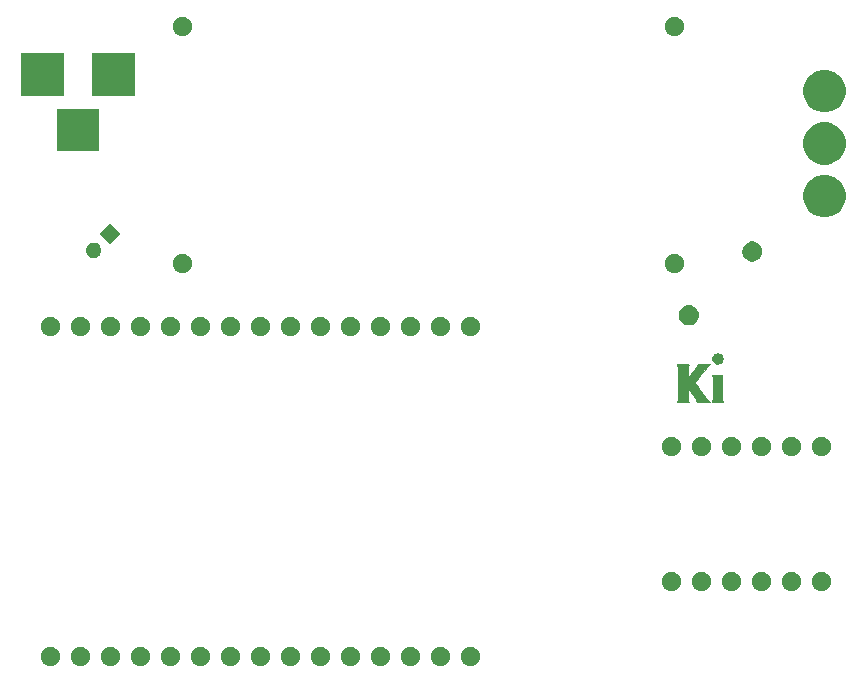
<source format=gbr>
G04 #@! TF.GenerationSoftware,KiCad,Pcbnew,(5.1.2-1)-1*
G04 #@! TF.CreationDate,2019-05-31T16:35:32-04:00*
G04 #@! TF.ProjectId,RubyLights,52756279-4c69-4676-9874-732e6b696361,.5*
G04 #@! TF.SameCoordinates,Original*
G04 #@! TF.FileFunction,Soldermask,Top*
G04 #@! TF.FilePolarity,Negative*
%FSLAX46Y46*%
G04 Gerber Fmt 4.6, Leading zero omitted, Abs format (unit mm)*
G04 Created by KiCad (PCBNEW (5.1.2-1)-1) date 2019-05-31 16:35:32*
%MOMM*%
%LPD*%
G04 APERTURE LIST*
%ADD10C,0.010000*%
%ADD11C,0.100000*%
G04 APERTURE END LIST*
D10*
G36*
X115739747Y-87020400D02*
G01*
X116285059Y-87020400D01*
X116086279Y-87221787D01*
X115756571Y-87584691D01*
X115542151Y-87858815D01*
X115463703Y-87962400D01*
X115369144Y-88082529D01*
X115269050Y-88206202D01*
X115173998Y-88320419D01*
X115094566Y-88412181D01*
X115069468Y-88439760D01*
X114988036Y-88527212D01*
X115057994Y-88618356D01*
X115193436Y-88807604D01*
X115280978Y-88947050D01*
X115335848Y-89029286D01*
X115397124Y-89108612D01*
X115402273Y-89114607D01*
X115471222Y-89197581D01*
X115551747Y-89300137D01*
X115634942Y-89410288D01*
X115711902Y-89516047D01*
X115773719Y-89605425D01*
X115809376Y-89662547D01*
X115844457Y-89715596D01*
X115902986Y-89794062D01*
X115974820Y-89885252D01*
X116049815Y-89976472D01*
X116117828Y-90055032D01*
X116154200Y-90094020D01*
X116178089Y-90120081D01*
X116220363Y-90167406D01*
X116228477Y-90176570D01*
X116290055Y-90246200D01*
X115163600Y-90246200D01*
X115163600Y-90167923D01*
X115146837Y-90091395D01*
X115099607Y-89986149D01*
X115026493Y-89860239D01*
X114932081Y-89721716D01*
X114844542Y-89607533D01*
X114773268Y-89515313D01*
X114707947Y-89424269D01*
X114660777Y-89351535D01*
X114654671Y-89340833D01*
X114614629Y-89274434D01*
X114579342Y-89226284D01*
X114570699Y-89217500D01*
X114536138Y-89178816D01*
X114495915Y-89122250D01*
X114458226Y-89074093D01*
X114427715Y-89052487D01*
X114426414Y-89052400D01*
X114417538Y-89077091D01*
X114410418Y-89148381D01*
X114405264Y-89262092D01*
X114402283Y-89414044D01*
X114401600Y-89548961D01*
X114402284Y-89728263D01*
X114404695Y-89864270D01*
X114409375Y-89964475D01*
X114416863Y-90036369D01*
X114427698Y-90087443D01*
X114442421Y-90125188D01*
X114443244Y-90126811D01*
X114478717Y-90186491D01*
X114510223Y-90224618D01*
X114513094Y-90226761D01*
X114497597Y-90232323D01*
X114438247Y-90237262D01*
X114341986Y-90241312D01*
X114215759Y-90244207D01*
X114066511Y-90245682D01*
X114014794Y-90245811D01*
X113488289Y-90246200D01*
X113517968Y-90176350D01*
X113546141Y-90117758D01*
X113568224Y-90082370D01*
X113572057Y-90053142D01*
X113575657Y-89977781D01*
X113578959Y-89860951D01*
X113581896Y-89707317D01*
X113584399Y-89521546D01*
X113586404Y-89308302D01*
X113587842Y-89072251D01*
X113588647Y-88818059D01*
X113588799Y-88646290D01*
X113588741Y-88342311D01*
X113588470Y-88084912D01*
X113587846Y-87869874D01*
X113586726Y-87692978D01*
X113584969Y-87550004D01*
X113582433Y-87436733D01*
X113578976Y-87348945D01*
X113574457Y-87282421D01*
X113568733Y-87232941D01*
X113561662Y-87196286D01*
X113553104Y-87168237D01*
X113542916Y-87144574D01*
X113537999Y-87134699D01*
X113507244Y-87072869D01*
X113489190Y-87033660D01*
X113487199Y-87027729D01*
X113511335Y-87025507D01*
X113578688Y-87023556D01*
X113681672Y-87021984D01*
X113812706Y-87020901D01*
X113964205Y-87020415D01*
X113997917Y-87020400D01*
X114171060Y-87020664D01*
X114299629Y-87021831D01*
X114389846Y-87024464D01*
X114447937Y-87029123D01*
X114480124Y-87036372D01*
X114492632Y-87046772D01*
X114491686Y-87060885D01*
X114490164Y-87064850D01*
X114456805Y-87153673D01*
X114432739Y-87242181D01*
X114416580Y-87341141D01*
X114406942Y-87461321D01*
X114402440Y-87613488D01*
X114401600Y-87753088D01*
X114401599Y-88172904D01*
X114477799Y-88099900D01*
X114525413Y-88049557D01*
X114551994Y-88012278D01*
X114554000Y-88005483D01*
X114569137Y-87979550D01*
X114608628Y-87926128D01*
X114663588Y-87856145D01*
X114725132Y-87780529D01*
X114784377Y-87710209D01*
X114832439Y-87656114D01*
X114859239Y-87630000D01*
X114881561Y-87602734D01*
X114919936Y-87546630D01*
X114947802Y-87503000D01*
X115006005Y-87415298D01*
X115068951Y-87328698D01*
X115091299Y-87300362D01*
X115136013Y-87233736D01*
X115161408Y-87172643D01*
X115163600Y-87156390D01*
X115164122Y-87112677D01*
X115169791Y-87079502D01*
X115186762Y-87055412D01*
X115221189Y-87038955D01*
X115279226Y-87028677D01*
X115367028Y-87023127D01*
X115490750Y-87020851D01*
X115656545Y-87020396D01*
X115739747Y-87020400D01*
X115739747Y-87020400D01*
G37*
X115739747Y-87020400D02*
X116285059Y-87020400D01*
X116086279Y-87221787D01*
X115756571Y-87584691D01*
X115542151Y-87858815D01*
X115463703Y-87962400D01*
X115369144Y-88082529D01*
X115269050Y-88206202D01*
X115173998Y-88320419D01*
X115094566Y-88412181D01*
X115069468Y-88439760D01*
X114988036Y-88527212D01*
X115057994Y-88618356D01*
X115193436Y-88807604D01*
X115280978Y-88947050D01*
X115335848Y-89029286D01*
X115397124Y-89108612D01*
X115402273Y-89114607D01*
X115471222Y-89197581D01*
X115551747Y-89300137D01*
X115634942Y-89410288D01*
X115711902Y-89516047D01*
X115773719Y-89605425D01*
X115809376Y-89662547D01*
X115844457Y-89715596D01*
X115902986Y-89794062D01*
X115974820Y-89885252D01*
X116049815Y-89976472D01*
X116117828Y-90055032D01*
X116154200Y-90094020D01*
X116178089Y-90120081D01*
X116220363Y-90167406D01*
X116228477Y-90176570D01*
X116290055Y-90246200D01*
X115163600Y-90246200D01*
X115163600Y-90167923D01*
X115146837Y-90091395D01*
X115099607Y-89986149D01*
X115026493Y-89860239D01*
X114932081Y-89721716D01*
X114844542Y-89607533D01*
X114773268Y-89515313D01*
X114707947Y-89424269D01*
X114660777Y-89351535D01*
X114654671Y-89340833D01*
X114614629Y-89274434D01*
X114579342Y-89226284D01*
X114570699Y-89217500D01*
X114536138Y-89178816D01*
X114495915Y-89122250D01*
X114458226Y-89074093D01*
X114427715Y-89052487D01*
X114426414Y-89052400D01*
X114417538Y-89077091D01*
X114410418Y-89148381D01*
X114405264Y-89262092D01*
X114402283Y-89414044D01*
X114401600Y-89548961D01*
X114402284Y-89728263D01*
X114404695Y-89864270D01*
X114409375Y-89964475D01*
X114416863Y-90036369D01*
X114427698Y-90087443D01*
X114442421Y-90125188D01*
X114443244Y-90126811D01*
X114478717Y-90186491D01*
X114510223Y-90224618D01*
X114513094Y-90226761D01*
X114497597Y-90232323D01*
X114438247Y-90237262D01*
X114341986Y-90241312D01*
X114215759Y-90244207D01*
X114066511Y-90245682D01*
X114014794Y-90245811D01*
X113488289Y-90246200D01*
X113517968Y-90176350D01*
X113546141Y-90117758D01*
X113568224Y-90082370D01*
X113572057Y-90053142D01*
X113575657Y-89977781D01*
X113578959Y-89860951D01*
X113581896Y-89707317D01*
X113584399Y-89521546D01*
X113586404Y-89308302D01*
X113587842Y-89072251D01*
X113588647Y-88818059D01*
X113588799Y-88646290D01*
X113588741Y-88342311D01*
X113588470Y-88084912D01*
X113587846Y-87869874D01*
X113586726Y-87692978D01*
X113584969Y-87550004D01*
X113582433Y-87436733D01*
X113578976Y-87348945D01*
X113574457Y-87282421D01*
X113568733Y-87232941D01*
X113561662Y-87196286D01*
X113553104Y-87168237D01*
X113542916Y-87144574D01*
X113537999Y-87134699D01*
X113507244Y-87072869D01*
X113489190Y-87033660D01*
X113487199Y-87027729D01*
X113511335Y-87025507D01*
X113578688Y-87023556D01*
X113681672Y-87021984D01*
X113812706Y-87020901D01*
X113964205Y-87020415D01*
X113997917Y-87020400D01*
X114171060Y-87020664D01*
X114299629Y-87021831D01*
X114389846Y-87024464D01*
X114447937Y-87029123D01*
X114480124Y-87036372D01*
X114492632Y-87046772D01*
X114491686Y-87060885D01*
X114490164Y-87064850D01*
X114456805Y-87153673D01*
X114432739Y-87242181D01*
X114416580Y-87341141D01*
X114406942Y-87461321D01*
X114402440Y-87613488D01*
X114401600Y-87753088D01*
X114401599Y-88172904D01*
X114477799Y-88099900D01*
X114525413Y-88049557D01*
X114551994Y-88012278D01*
X114554000Y-88005483D01*
X114569137Y-87979550D01*
X114608628Y-87926128D01*
X114663588Y-87856145D01*
X114725132Y-87780529D01*
X114784377Y-87710209D01*
X114832439Y-87656114D01*
X114859239Y-87630000D01*
X114881561Y-87602734D01*
X114919936Y-87546630D01*
X114947802Y-87503000D01*
X115006005Y-87415298D01*
X115068951Y-87328698D01*
X115091299Y-87300362D01*
X115136013Y-87233736D01*
X115161408Y-87172643D01*
X115163600Y-87156390D01*
X115164122Y-87112677D01*
X115169791Y-87079502D01*
X115186762Y-87055412D01*
X115221189Y-87038955D01*
X115279226Y-87028677D01*
X115367028Y-87023127D01*
X115490750Y-87020851D01*
X115656545Y-87020396D01*
X115739747Y-87020400D01*
G36*
X117322600Y-88984045D02*
G01*
X117322821Y-89255528D01*
X117323583Y-89480618D01*
X117325026Y-89663721D01*
X117327294Y-89809240D01*
X117330531Y-89921583D01*
X117334878Y-90005155D01*
X117340480Y-90064359D01*
X117347478Y-90103603D01*
X117356016Y-90127292D01*
X117359892Y-90133395D01*
X117386178Y-90170943D01*
X117396891Y-90199085D01*
X117386710Y-90219174D01*
X117350312Y-90232563D01*
X117282376Y-90240605D01*
X117177578Y-90244653D01*
X117030598Y-90246060D01*
X116916200Y-90246200D01*
X116765918Y-90245515D01*
X116634727Y-90243608D01*
X116530427Y-90240702D01*
X116460819Y-90237017D01*
X116433705Y-90232776D01*
X116433600Y-90232488D01*
X116444155Y-90203454D01*
X116470726Y-90146509D01*
X116484400Y-90119200D01*
X116497266Y-90091760D01*
X116507759Y-90061394D01*
X116516120Y-90022920D01*
X116522591Y-89971155D01*
X116527411Y-89900918D01*
X116530822Y-89807027D01*
X116533065Y-89684301D01*
X116534381Y-89527559D01*
X116535010Y-89331617D01*
X116535195Y-89091296D01*
X116535200Y-89026750D01*
X116534947Y-88769269D01*
X116534071Y-88557749D01*
X116532396Y-88387351D01*
X116529748Y-88253238D01*
X116525950Y-88150571D01*
X116520827Y-88074513D01*
X116514203Y-88020226D01*
X116505903Y-87982872D01*
X116496447Y-87958938D01*
X116457695Y-87884000D01*
X117322600Y-87884000D01*
X117322600Y-88984045D01*
X117322600Y-88984045D01*
G37*
X117322600Y-88984045D02*
X117322821Y-89255528D01*
X117323583Y-89480618D01*
X117325026Y-89663721D01*
X117327294Y-89809240D01*
X117330531Y-89921583D01*
X117334878Y-90005155D01*
X117340480Y-90064359D01*
X117347478Y-90103603D01*
X117356016Y-90127292D01*
X117359892Y-90133395D01*
X117386178Y-90170943D01*
X117396891Y-90199085D01*
X117386710Y-90219174D01*
X117350312Y-90232563D01*
X117282376Y-90240605D01*
X117177578Y-90244653D01*
X117030598Y-90246060D01*
X116916200Y-90246200D01*
X116765918Y-90245515D01*
X116634727Y-90243608D01*
X116530427Y-90240702D01*
X116460819Y-90237017D01*
X116433705Y-90232776D01*
X116433600Y-90232488D01*
X116444155Y-90203454D01*
X116470726Y-90146509D01*
X116484400Y-90119200D01*
X116497266Y-90091760D01*
X116507759Y-90061394D01*
X116516120Y-90022920D01*
X116522591Y-89971155D01*
X116527411Y-89900918D01*
X116530822Y-89807027D01*
X116533065Y-89684301D01*
X116534381Y-89527559D01*
X116535010Y-89331617D01*
X116535195Y-89091296D01*
X116535200Y-89026750D01*
X116534947Y-88769269D01*
X116534071Y-88557749D01*
X116532396Y-88387351D01*
X116529748Y-88253238D01*
X116525950Y-88150571D01*
X116520827Y-88074513D01*
X116514203Y-88020226D01*
X116505903Y-87982872D01*
X116496447Y-87958938D01*
X116457695Y-87884000D01*
X117322600Y-87884000D01*
X117322600Y-88984045D01*
G36*
X117081941Y-86117960D02*
G01*
X117199545Y-86184395D01*
X117293023Y-86287045D01*
X117336812Y-86373124D01*
X117367422Y-86511614D01*
X117358321Y-86649591D01*
X117310973Y-86771084D01*
X117298588Y-86789850D01*
X117208149Y-86877408D01*
X117089271Y-86937553D01*
X116956333Y-86967418D01*
X116823713Y-86964134D01*
X116705790Y-86924832D01*
X116685006Y-86912244D01*
X116602737Y-86833394D01*
X116534914Y-86724770D01*
X116492747Y-86607295D01*
X116484400Y-86537799D01*
X116503674Y-86428575D01*
X116554190Y-86314110D01*
X116624982Y-86215158D01*
X116680642Y-86166295D01*
X116812861Y-86105876D01*
X116949837Y-86090776D01*
X117081941Y-86117960D01*
X117081941Y-86117960D01*
G37*
X117081941Y-86117960D02*
X117199545Y-86184395D01*
X117293023Y-86287045D01*
X117336812Y-86373124D01*
X117367422Y-86511614D01*
X117358321Y-86649591D01*
X117310973Y-86771084D01*
X117298588Y-86789850D01*
X117208149Y-86877408D01*
X117089271Y-86937553D01*
X116956333Y-86967418D01*
X116823713Y-86964134D01*
X116705790Y-86924832D01*
X116685006Y-86912244D01*
X116602737Y-86833394D01*
X116534914Y-86724770D01*
X116492747Y-86607295D01*
X116484400Y-86537799D01*
X116503674Y-86428575D01*
X116554190Y-86314110D01*
X116624982Y-86215158D01*
X116680642Y-86166295D01*
X116812861Y-86105876D01*
X116949837Y-86090776D01*
X117081941Y-86117960D01*
D11*
G36*
X96249142Y-110978242D02*
G01*
X96397101Y-111039529D01*
X96530255Y-111128499D01*
X96643501Y-111241745D01*
X96732471Y-111374899D01*
X96793758Y-111522858D01*
X96825000Y-111679925D01*
X96825000Y-111840075D01*
X96793758Y-111997142D01*
X96732471Y-112145101D01*
X96643501Y-112278255D01*
X96530255Y-112391501D01*
X96397101Y-112480471D01*
X96249142Y-112541758D01*
X96092075Y-112573000D01*
X95931925Y-112573000D01*
X95774858Y-112541758D01*
X95626899Y-112480471D01*
X95493745Y-112391501D01*
X95380499Y-112278255D01*
X95291529Y-112145101D01*
X95230242Y-111997142D01*
X95199000Y-111840075D01*
X95199000Y-111679925D01*
X95230242Y-111522858D01*
X95291529Y-111374899D01*
X95380499Y-111241745D01*
X95493745Y-111128499D01*
X95626899Y-111039529D01*
X95774858Y-110978242D01*
X95931925Y-110947000D01*
X96092075Y-110947000D01*
X96249142Y-110978242D01*
X96249142Y-110978242D01*
G37*
G36*
X93709142Y-110978242D02*
G01*
X93857101Y-111039529D01*
X93990255Y-111128499D01*
X94103501Y-111241745D01*
X94192471Y-111374899D01*
X94253758Y-111522858D01*
X94285000Y-111679925D01*
X94285000Y-111840075D01*
X94253758Y-111997142D01*
X94192471Y-112145101D01*
X94103501Y-112278255D01*
X93990255Y-112391501D01*
X93857101Y-112480471D01*
X93709142Y-112541758D01*
X93552075Y-112573000D01*
X93391925Y-112573000D01*
X93234858Y-112541758D01*
X93086899Y-112480471D01*
X92953745Y-112391501D01*
X92840499Y-112278255D01*
X92751529Y-112145101D01*
X92690242Y-111997142D01*
X92659000Y-111840075D01*
X92659000Y-111679925D01*
X92690242Y-111522858D01*
X92751529Y-111374899D01*
X92840499Y-111241745D01*
X92953745Y-111128499D01*
X93086899Y-111039529D01*
X93234858Y-110978242D01*
X93391925Y-110947000D01*
X93552075Y-110947000D01*
X93709142Y-110978242D01*
X93709142Y-110978242D01*
G37*
G36*
X91169142Y-110978242D02*
G01*
X91317101Y-111039529D01*
X91450255Y-111128499D01*
X91563501Y-111241745D01*
X91652471Y-111374899D01*
X91713758Y-111522858D01*
X91745000Y-111679925D01*
X91745000Y-111840075D01*
X91713758Y-111997142D01*
X91652471Y-112145101D01*
X91563501Y-112278255D01*
X91450255Y-112391501D01*
X91317101Y-112480471D01*
X91169142Y-112541758D01*
X91012075Y-112573000D01*
X90851925Y-112573000D01*
X90694858Y-112541758D01*
X90546899Y-112480471D01*
X90413745Y-112391501D01*
X90300499Y-112278255D01*
X90211529Y-112145101D01*
X90150242Y-111997142D01*
X90119000Y-111840075D01*
X90119000Y-111679925D01*
X90150242Y-111522858D01*
X90211529Y-111374899D01*
X90300499Y-111241745D01*
X90413745Y-111128499D01*
X90546899Y-111039529D01*
X90694858Y-110978242D01*
X90851925Y-110947000D01*
X91012075Y-110947000D01*
X91169142Y-110978242D01*
X91169142Y-110978242D01*
G37*
G36*
X88629142Y-110978242D02*
G01*
X88777101Y-111039529D01*
X88910255Y-111128499D01*
X89023501Y-111241745D01*
X89112471Y-111374899D01*
X89173758Y-111522858D01*
X89205000Y-111679925D01*
X89205000Y-111840075D01*
X89173758Y-111997142D01*
X89112471Y-112145101D01*
X89023501Y-112278255D01*
X88910255Y-112391501D01*
X88777101Y-112480471D01*
X88629142Y-112541758D01*
X88472075Y-112573000D01*
X88311925Y-112573000D01*
X88154858Y-112541758D01*
X88006899Y-112480471D01*
X87873745Y-112391501D01*
X87760499Y-112278255D01*
X87671529Y-112145101D01*
X87610242Y-111997142D01*
X87579000Y-111840075D01*
X87579000Y-111679925D01*
X87610242Y-111522858D01*
X87671529Y-111374899D01*
X87760499Y-111241745D01*
X87873745Y-111128499D01*
X88006899Y-111039529D01*
X88154858Y-110978242D01*
X88311925Y-110947000D01*
X88472075Y-110947000D01*
X88629142Y-110978242D01*
X88629142Y-110978242D01*
G37*
G36*
X86089142Y-110978242D02*
G01*
X86237101Y-111039529D01*
X86370255Y-111128499D01*
X86483501Y-111241745D01*
X86572471Y-111374899D01*
X86633758Y-111522858D01*
X86665000Y-111679925D01*
X86665000Y-111840075D01*
X86633758Y-111997142D01*
X86572471Y-112145101D01*
X86483501Y-112278255D01*
X86370255Y-112391501D01*
X86237101Y-112480471D01*
X86089142Y-112541758D01*
X85932075Y-112573000D01*
X85771925Y-112573000D01*
X85614858Y-112541758D01*
X85466899Y-112480471D01*
X85333745Y-112391501D01*
X85220499Y-112278255D01*
X85131529Y-112145101D01*
X85070242Y-111997142D01*
X85039000Y-111840075D01*
X85039000Y-111679925D01*
X85070242Y-111522858D01*
X85131529Y-111374899D01*
X85220499Y-111241745D01*
X85333745Y-111128499D01*
X85466899Y-111039529D01*
X85614858Y-110978242D01*
X85771925Y-110947000D01*
X85932075Y-110947000D01*
X86089142Y-110978242D01*
X86089142Y-110978242D01*
G37*
G36*
X83549142Y-110978242D02*
G01*
X83697101Y-111039529D01*
X83830255Y-111128499D01*
X83943501Y-111241745D01*
X84032471Y-111374899D01*
X84093758Y-111522858D01*
X84125000Y-111679925D01*
X84125000Y-111840075D01*
X84093758Y-111997142D01*
X84032471Y-112145101D01*
X83943501Y-112278255D01*
X83830255Y-112391501D01*
X83697101Y-112480471D01*
X83549142Y-112541758D01*
X83392075Y-112573000D01*
X83231925Y-112573000D01*
X83074858Y-112541758D01*
X82926899Y-112480471D01*
X82793745Y-112391501D01*
X82680499Y-112278255D01*
X82591529Y-112145101D01*
X82530242Y-111997142D01*
X82499000Y-111840075D01*
X82499000Y-111679925D01*
X82530242Y-111522858D01*
X82591529Y-111374899D01*
X82680499Y-111241745D01*
X82793745Y-111128499D01*
X82926899Y-111039529D01*
X83074858Y-110978242D01*
X83231925Y-110947000D01*
X83392075Y-110947000D01*
X83549142Y-110978242D01*
X83549142Y-110978242D01*
G37*
G36*
X81009142Y-110978242D02*
G01*
X81157101Y-111039529D01*
X81290255Y-111128499D01*
X81403501Y-111241745D01*
X81492471Y-111374899D01*
X81553758Y-111522858D01*
X81585000Y-111679925D01*
X81585000Y-111840075D01*
X81553758Y-111997142D01*
X81492471Y-112145101D01*
X81403501Y-112278255D01*
X81290255Y-112391501D01*
X81157101Y-112480471D01*
X81009142Y-112541758D01*
X80852075Y-112573000D01*
X80691925Y-112573000D01*
X80534858Y-112541758D01*
X80386899Y-112480471D01*
X80253745Y-112391501D01*
X80140499Y-112278255D01*
X80051529Y-112145101D01*
X79990242Y-111997142D01*
X79959000Y-111840075D01*
X79959000Y-111679925D01*
X79990242Y-111522858D01*
X80051529Y-111374899D01*
X80140499Y-111241745D01*
X80253745Y-111128499D01*
X80386899Y-111039529D01*
X80534858Y-110978242D01*
X80691925Y-110947000D01*
X80852075Y-110947000D01*
X81009142Y-110978242D01*
X81009142Y-110978242D01*
G37*
G36*
X78469142Y-110978242D02*
G01*
X78617101Y-111039529D01*
X78750255Y-111128499D01*
X78863501Y-111241745D01*
X78952471Y-111374899D01*
X79013758Y-111522858D01*
X79045000Y-111679925D01*
X79045000Y-111840075D01*
X79013758Y-111997142D01*
X78952471Y-112145101D01*
X78863501Y-112278255D01*
X78750255Y-112391501D01*
X78617101Y-112480471D01*
X78469142Y-112541758D01*
X78312075Y-112573000D01*
X78151925Y-112573000D01*
X77994858Y-112541758D01*
X77846899Y-112480471D01*
X77713745Y-112391501D01*
X77600499Y-112278255D01*
X77511529Y-112145101D01*
X77450242Y-111997142D01*
X77419000Y-111840075D01*
X77419000Y-111679925D01*
X77450242Y-111522858D01*
X77511529Y-111374899D01*
X77600499Y-111241745D01*
X77713745Y-111128499D01*
X77846899Y-111039529D01*
X77994858Y-110978242D01*
X78151925Y-110947000D01*
X78312075Y-110947000D01*
X78469142Y-110978242D01*
X78469142Y-110978242D01*
G37*
G36*
X75929142Y-110978242D02*
G01*
X76077101Y-111039529D01*
X76210255Y-111128499D01*
X76323501Y-111241745D01*
X76412471Y-111374899D01*
X76473758Y-111522858D01*
X76505000Y-111679925D01*
X76505000Y-111840075D01*
X76473758Y-111997142D01*
X76412471Y-112145101D01*
X76323501Y-112278255D01*
X76210255Y-112391501D01*
X76077101Y-112480471D01*
X75929142Y-112541758D01*
X75772075Y-112573000D01*
X75611925Y-112573000D01*
X75454858Y-112541758D01*
X75306899Y-112480471D01*
X75173745Y-112391501D01*
X75060499Y-112278255D01*
X74971529Y-112145101D01*
X74910242Y-111997142D01*
X74879000Y-111840075D01*
X74879000Y-111679925D01*
X74910242Y-111522858D01*
X74971529Y-111374899D01*
X75060499Y-111241745D01*
X75173745Y-111128499D01*
X75306899Y-111039529D01*
X75454858Y-110978242D01*
X75611925Y-110947000D01*
X75772075Y-110947000D01*
X75929142Y-110978242D01*
X75929142Y-110978242D01*
G37*
G36*
X73389142Y-110978242D02*
G01*
X73537101Y-111039529D01*
X73670255Y-111128499D01*
X73783501Y-111241745D01*
X73872471Y-111374899D01*
X73933758Y-111522858D01*
X73965000Y-111679925D01*
X73965000Y-111840075D01*
X73933758Y-111997142D01*
X73872471Y-112145101D01*
X73783501Y-112278255D01*
X73670255Y-112391501D01*
X73537101Y-112480471D01*
X73389142Y-112541758D01*
X73232075Y-112573000D01*
X73071925Y-112573000D01*
X72914858Y-112541758D01*
X72766899Y-112480471D01*
X72633745Y-112391501D01*
X72520499Y-112278255D01*
X72431529Y-112145101D01*
X72370242Y-111997142D01*
X72339000Y-111840075D01*
X72339000Y-111679925D01*
X72370242Y-111522858D01*
X72431529Y-111374899D01*
X72520499Y-111241745D01*
X72633745Y-111128499D01*
X72766899Y-111039529D01*
X72914858Y-110978242D01*
X73071925Y-110947000D01*
X73232075Y-110947000D01*
X73389142Y-110978242D01*
X73389142Y-110978242D01*
G37*
G36*
X70849142Y-110978242D02*
G01*
X70997101Y-111039529D01*
X71130255Y-111128499D01*
X71243501Y-111241745D01*
X71332471Y-111374899D01*
X71393758Y-111522858D01*
X71425000Y-111679925D01*
X71425000Y-111840075D01*
X71393758Y-111997142D01*
X71332471Y-112145101D01*
X71243501Y-112278255D01*
X71130255Y-112391501D01*
X70997101Y-112480471D01*
X70849142Y-112541758D01*
X70692075Y-112573000D01*
X70531925Y-112573000D01*
X70374858Y-112541758D01*
X70226899Y-112480471D01*
X70093745Y-112391501D01*
X69980499Y-112278255D01*
X69891529Y-112145101D01*
X69830242Y-111997142D01*
X69799000Y-111840075D01*
X69799000Y-111679925D01*
X69830242Y-111522858D01*
X69891529Y-111374899D01*
X69980499Y-111241745D01*
X70093745Y-111128499D01*
X70226899Y-111039529D01*
X70374858Y-110978242D01*
X70531925Y-110947000D01*
X70692075Y-110947000D01*
X70849142Y-110978242D01*
X70849142Y-110978242D01*
G37*
G36*
X68309142Y-110978242D02*
G01*
X68457101Y-111039529D01*
X68590255Y-111128499D01*
X68703501Y-111241745D01*
X68792471Y-111374899D01*
X68853758Y-111522858D01*
X68885000Y-111679925D01*
X68885000Y-111840075D01*
X68853758Y-111997142D01*
X68792471Y-112145101D01*
X68703501Y-112278255D01*
X68590255Y-112391501D01*
X68457101Y-112480471D01*
X68309142Y-112541758D01*
X68152075Y-112573000D01*
X67991925Y-112573000D01*
X67834858Y-112541758D01*
X67686899Y-112480471D01*
X67553745Y-112391501D01*
X67440499Y-112278255D01*
X67351529Y-112145101D01*
X67290242Y-111997142D01*
X67259000Y-111840075D01*
X67259000Y-111679925D01*
X67290242Y-111522858D01*
X67351529Y-111374899D01*
X67440499Y-111241745D01*
X67553745Y-111128499D01*
X67686899Y-111039529D01*
X67834858Y-110978242D01*
X67991925Y-110947000D01*
X68152075Y-110947000D01*
X68309142Y-110978242D01*
X68309142Y-110978242D01*
G37*
G36*
X65769142Y-110978242D02*
G01*
X65917101Y-111039529D01*
X66050255Y-111128499D01*
X66163501Y-111241745D01*
X66252471Y-111374899D01*
X66313758Y-111522858D01*
X66345000Y-111679925D01*
X66345000Y-111840075D01*
X66313758Y-111997142D01*
X66252471Y-112145101D01*
X66163501Y-112278255D01*
X66050255Y-112391501D01*
X65917101Y-112480471D01*
X65769142Y-112541758D01*
X65612075Y-112573000D01*
X65451925Y-112573000D01*
X65294858Y-112541758D01*
X65146899Y-112480471D01*
X65013745Y-112391501D01*
X64900499Y-112278255D01*
X64811529Y-112145101D01*
X64750242Y-111997142D01*
X64719000Y-111840075D01*
X64719000Y-111679925D01*
X64750242Y-111522858D01*
X64811529Y-111374899D01*
X64900499Y-111241745D01*
X65013745Y-111128499D01*
X65146899Y-111039529D01*
X65294858Y-110978242D01*
X65451925Y-110947000D01*
X65612075Y-110947000D01*
X65769142Y-110978242D01*
X65769142Y-110978242D01*
G37*
G36*
X63229142Y-110978242D02*
G01*
X63377101Y-111039529D01*
X63510255Y-111128499D01*
X63623501Y-111241745D01*
X63712471Y-111374899D01*
X63773758Y-111522858D01*
X63805000Y-111679925D01*
X63805000Y-111840075D01*
X63773758Y-111997142D01*
X63712471Y-112145101D01*
X63623501Y-112278255D01*
X63510255Y-112391501D01*
X63377101Y-112480471D01*
X63229142Y-112541758D01*
X63072075Y-112573000D01*
X62911925Y-112573000D01*
X62754858Y-112541758D01*
X62606899Y-112480471D01*
X62473745Y-112391501D01*
X62360499Y-112278255D01*
X62271529Y-112145101D01*
X62210242Y-111997142D01*
X62179000Y-111840075D01*
X62179000Y-111679925D01*
X62210242Y-111522858D01*
X62271529Y-111374899D01*
X62360499Y-111241745D01*
X62473745Y-111128499D01*
X62606899Y-111039529D01*
X62754858Y-110978242D01*
X62911925Y-110947000D01*
X63072075Y-110947000D01*
X63229142Y-110978242D01*
X63229142Y-110978242D01*
G37*
G36*
X60689142Y-110978242D02*
G01*
X60837101Y-111039529D01*
X60970255Y-111128499D01*
X61083501Y-111241745D01*
X61172471Y-111374899D01*
X61233758Y-111522858D01*
X61265000Y-111679925D01*
X61265000Y-111840075D01*
X61233758Y-111997142D01*
X61172471Y-112145101D01*
X61083501Y-112278255D01*
X60970255Y-112391501D01*
X60837101Y-112480471D01*
X60689142Y-112541758D01*
X60532075Y-112573000D01*
X60371925Y-112573000D01*
X60214858Y-112541758D01*
X60066899Y-112480471D01*
X59933745Y-112391501D01*
X59820499Y-112278255D01*
X59731529Y-112145101D01*
X59670242Y-111997142D01*
X59639000Y-111840075D01*
X59639000Y-111679925D01*
X59670242Y-111522858D01*
X59731529Y-111374899D01*
X59820499Y-111241745D01*
X59933745Y-111128499D01*
X60066899Y-111039529D01*
X60214858Y-110978242D01*
X60371925Y-110947000D01*
X60532075Y-110947000D01*
X60689142Y-110978242D01*
X60689142Y-110978242D01*
G37*
G36*
X113267142Y-104628242D02*
G01*
X113415101Y-104689529D01*
X113548255Y-104778499D01*
X113661501Y-104891745D01*
X113750471Y-105024899D01*
X113811758Y-105172858D01*
X113843000Y-105329925D01*
X113843000Y-105490075D01*
X113811758Y-105647142D01*
X113750471Y-105795101D01*
X113661501Y-105928255D01*
X113548255Y-106041501D01*
X113415101Y-106130471D01*
X113267142Y-106191758D01*
X113110075Y-106223000D01*
X112949925Y-106223000D01*
X112792858Y-106191758D01*
X112644899Y-106130471D01*
X112511745Y-106041501D01*
X112398499Y-105928255D01*
X112309529Y-105795101D01*
X112248242Y-105647142D01*
X112217000Y-105490075D01*
X112217000Y-105329925D01*
X112248242Y-105172858D01*
X112309529Y-105024899D01*
X112398499Y-104891745D01*
X112511745Y-104778499D01*
X112644899Y-104689529D01*
X112792858Y-104628242D01*
X112949925Y-104597000D01*
X113110075Y-104597000D01*
X113267142Y-104628242D01*
X113267142Y-104628242D01*
G37*
G36*
X115807142Y-104628242D02*
G01*
X115955101Y-104689529D01*
X116088255Y-104778499D01*
X116201501Y-104891745D01*
X116290471Y-105024899D01*
X116351758Y-105172858D01*
X116383000Y-105329925D01*
X116383000Y-105490075D01*
X116351758Y-105647142D01*
X116290471Y-105795101D01*
X116201501Y-105928255D01*
X116088255Y-106041501D01*
X115955101Y-106130471D01*
X115807142Y-106191758D01*
X115650075Y-106223000D01*
X115489925Y-106223000D01*
X115332858Y-106191758D01*
X115184899Y-106130471D01*
X115051745Y-106041501D01*
X114938499Y-105928255D01*
X114849529Y-105795101D01*
X114788242Y-105647142D01*
X114757000Y-105490075D01*
X114757000Y-105329925D01*
X114788242Y-105172858D01*
X114849529Y-105024899D01*
X114938499Y-104891745D01*
X115051745Y-104778499D01*
X115184899Y-104689529D01*
X115332858Y-104628242D01*
X115489925Y-104597000D01*
X115650075Y-104597000D01*
X115807142Y-104628242D01*
X115807142Y-104628242D01*
G37*
G36*
X118347142Y-104628242D02*
G01*
X118495101Y-104689529D01*
X118628255Y-104778499D01*
X118741501Y-104891745D01*
X118830471Y-105024899D01*
X118891758Y-105172858D01*
X118923000Y-105329925D01*
X118923000Y-105490075D01*
X118891758Y-105647142D01*
X118830471Y-105795101D01*
X118741501Y-105928255D01*
X118628255Y-106041501D01*
X118495101Y-106130471D01*
X118347142Y-106191758D01*
X118190075Y-106223000D01*
X118029925Y-106223000D01*
X117872858Y-106191758D01*
X117724899Y-106130471D01*
X117591745Y-106041501D01*
X117478499Y-105928255D01*
X117389529Y-105795101D01*
X117328242Y-105647142D01*
X117297000Y-105490075D01*
X117297000Y-105329925D01*
X117328242Y-105172858D01*
X117389529Y-105024899D01*
X117478499Y-104891745D01*
X117591745Y-104778499D01*
X117724899Y-104689529D01*
X117872858Y-104628242D01*
X118029925Y-104597000D01*
X118190075Y-104597000D01*
X118347142Y-104628242D01*
X118347142Y-104628242D01*
G37*
G36*
X120887142Y-104628242D02*
G01*
X121035101Y-104689529D01*
X121168255Y-104778499D01*
X121281501Y-104891745D01*
X121370471Y-105024899D01*
X121431758Y-105172858D01*
X121463000Y-105329925D01*
X121463000Y-105490075D01*
X121431758Y-105647142D01*
X121370471Y-105795101D01*
X121281501Y-105928255D01*
X121168255Y-106041501D01*
X121035101Y-106130471D01*
X120887142Y-106191758D01*
X120730075Y-106223000D01*
X120569925Y-106223000D01*
X120412858Y-106191758D01*
X120264899Y-106130471D01*
X120131745Y-106041501D01*
X120018499Y-105928255D01*
X119929529Y-105795101D01*
X119868242Y-105647142D01*
X119837000Y-105490075D01*
X119837000Y-105329925D01*
X119868242Y-105172858D01*
X119929529Y-105024899D01*
X120018499Y-104891745D01*
X120131745Y-104778499D01*
X120264899Y-104689529D01*
X120412858Y-104628242D01*
X120569925Y-104597000D01*
X120730075Y-104597000D01*
X120887142Y-104628242D01*
X120887142Y-104628242D01*
G37*
G36*
X123427142Y-104628242D02*
G01*
X123575101Y-104689529D01*
X123708255Y-104778499D01*
X123821501Y-104891745D01*
X123910471Y-105024899D01*
X123971758Y-105172858D01*
X124003000Y-105329925D01*
X124003000Y-105490075D01*
X123971758Y-105647142D01*
X123910471Y-105795101D01*
X123821501Y-105928255D01*
X123708255Y-106041501D01*
X123575101Y-106130471D01*
X123427142Y-106191758D01*
X123270075Y-106223000D01*
X123109925Y-106223000D01*
X122952858Y-106191758D01*
X122804899Y-106130471D01*
X122671745Y-106041501D01*
X122558499Y-105928255D01*
X122469529Y-105795101D01*
X122408242Y-105647142D01*
X122377000Y-105490075D01*
X122377000Y-105329925D01*
X122408242Y-105172858D01*
X122469529Y-105024899D01*
X122558499Y-104891745D01*
X122671745Y-104778499D01*
X122804899Y-104689529D01*
X122952858Y-104628242D01*
X123109925Y-104597000D01*
X123270075Y-104597000D01*
X123427142Y-104628242D01*
X123427142Y-104628242D01*
G37*
G36*
X125967142Y-104628242D02*
G01*
X126115101Y-104689529D01*
X126248255Y-104778499D01*
X126361501Y-104891745D01*
X126450471Y-105024899D01*
X126511758Y-105172858D01*
X126543000Y-105329925D01*
X126543000Y-105490075D01*
X126511758Y-105647142D01*
X126450471Y-105795101D01*
X126361501Y-105928255D01*
X126248255Y-106041501D01*
X126115101Y-106130471D01*
X125967142Y-106191758D01*
X125810075Y-106223000D01*
X125649925Y-106223000D01*
X125492858Y-106191758D01*
X125344899Y-106130471D01*
X125211745Y-106041501D01*
X125098499Y-105928255D01*
X125009529Y-105795101D01*
X124948242Y-105647142D01*
X124917000Y-105490075D01*
X124917000Y-105329925D01*
X124948242Y-105172858D01*
X125009529Y-105024899D01*
X125098499Y-104891745D01*
X125211745Y-104778499D01*
X125344899Y-104689529D01*
X125492858Y-104628242D01*
X125649925Y-104597000D01*
X125810075Y-104597000D01*
X125967142Y-104628242D01*
X125967142Y-104628242D01*
G37*
G36*
X113267142Y-93198242D02*
G01*
X113415101Y-93259529D01*
X113548255Y-93348499D01*
X113661501Y-93461745D01*
X113750471Y-93594899D01*
X113811758Y-93742858D01*
X113843000Y-93899925D01*
X113843000Y-94060075D01*
X113811758Y-94217142D01*
X113750471Y-94365101D01*
X113661501Y-94498255D01*
X113548255Y-94611501D01*
X113415101Y-94700471D01*
X113267142Y-94761758D01*
X113110075Y-94793000D01*
X112949925Y-94793000D01*
X112792858Y-94761758D01*
X112644899Y-94700471D01*
X112511745Y-94611501D01*
X112398499Y-94498255D01*
X112309529Y-94365101D01*
X112248242Y-94217142D01*
X112217000Y-94060075D01*
X112217000Y-93899925D01*
X112248242Y-93742858D01*
X112309529Y-93594899D01*
X112398499Y-93461745D01*
X112511745Y-93348499D01*
X112644899Y-93259529D01*
X112792858Y-93198242D01*
X112949925Y-93167000D01*
X113110075Y-93167000D01*
X113267142Y-93198242D01*
X113267142Y-93198242D01*
G37*
G36*
X115807142Y-93198242D02*
G01*
X115955101Y-93259529D01*
X116088255Y-93348499D01*
X116201501Y-93461745D01*
X116290471Y-93594899D01*
X116351758Y-93742858D01*
X116383000Y-93899925D01*
X116383000Y-94060075D01*
X116351758Y-94217142D01*
X116290471Y-94365101D01*
X116201501Y-94498255D01*
X116088255Y-94611501D01*
X115955101Y-94700471D01*
X115807142Y-94761758D01*
X115650075Y-94793000D01*
X115489925Y-94793000D01*
X115332858Y-94761758D01*
X115184899Y-94700471D01*
X115051745Y-94611501D01*
X114938499Y-94498255D01*
X114849529Y-94365101D01*
X114788242Y-94217142D01*
X114757000Y-94060075D01*
X114757000Y-93899925D01*
X114788242Y-93742858D01*
X114849529Y-93594899D01*
X114938499Y-93461745D01*
X115051745Y-93348499D01*
X115184899Y-93259529D01*
X115332858Y-93198242D01*
X115489925Y-93167000D01*
X115650075Y-93167000D01*
X115807142Y-93198242D01*
X115807142Y-93198242D01*
G37*
G36*
X118347142Y-93198242D02*
G01*
X118495101Y-93259529D01*
X118628255Y-93348499D01*
X118741501Y-93461745D01*
X118830471Y-93594899D01*
X118891758Y-93742858D01*
X118923000Y-93899925D01*
X118923000Y-94060075D01*
X118891758Y-94217142D01*
X118830471Y-94365101D01*
X118741501Y-94498255D01*
X118628255Y-94611501D01*
X118495101Y-94700471D01*
X118347142Y-94761758D01*
X118190075Y-94793000D01*
X118029925Y-94793000D01*
X117872858Y-94761758D01*
X117724899Y-94700471D01*
X117591745Y-94611501D01*
X117478499Y-94498255D01*
X117389529Y-94365101D01*
X117328242Y-94217142D01*
X117297000Y-94060075D01*
X117297000Y-93899925D01*
X117328242Y-93742858D01*
X117389529Y-93594899D01*
X117478499Y-93461745D01*
X117591745Y-93348499D01*
X117724899Y-93259529D01*
X117872858Y-93198242D01*
X118029925Y-93167000D01*
X118190075Y-93167000D01*
X118347142Y-93198242D01*
X118347142Y-93198242D01*
G37*
G36*
X120887142Y-93198242D02*
G01*
X121035101Y-93259529D01*
X121168255Y-93348499D01*
X121281501Y-93461745D01*
X121370471Y-93594899D01*
X121431758Y-93742858D01*
X121463000Y-93899925D01*
X121463000Y-94060075D01*
X121431758Y-94217142D01*
X121370471Y-94365101D01*
X121281501Y-94498255D01*
X121168255Y-94611501D01*
X121035101Y-94700471D01*
X120887142Y-94761758D01*
X120730075Y-94793000D01*
X120569925Y-94793000D01*
X120412858Y-94761758D01*
X120264899Y-94700471D01*
X120131745Y-94611501D01*
X120018499Y-94498255D01*
X119929529Y-94365101D01*
X119868242Y-94217142D01*
X119837000Y-94060075D01*
X119837000Y-93899925D01*
X119868242Y-93742858D01*
X119929529Y-93594899D01*
X120018499Y-93461745D01*
X120131745Y-93348499D01*
X120264899Y-93259529D01*
X120412858Y-93198242D01*
X120569925Y-93167000D01*
X120730075Y-93167000D01*
X120887142Y-93198242D01*
X120887142Y-93198242D01*
G37*
G36*
X123427142Y-93198242D02*
G01*
X123575101Y-93259529D01*
X123708255Y-93348499D01*
X123821501Y-93461745D01*
X123910471Y-93594899D01*
X123971758Y-93742858D01*
X124003000Y-93899925D01*
X124003000Y-94060075D01*
X123971758Y-94217142D01*
X123910471Y-94365101D01*
X123821501Y-94498255D01*
X123708255Y-94611501D01*
X123575101Y-94700471D01*
X123427142Y-94761758D01*
X123270075Y-94793000D01*
X123109925Y-94793000D01*
X122952858Y-94761758D01*
X122804899Y-94700471D01*
X122671745Y-94611501D01*
X122558499Y-94498255D01*
X122469529Y-94365101D01*
X122408242Y-94217142D01*
X122377000Y-94060075D01*
X122377000Y-93899925D01*
X122408242Y-93742858D01*
X122469529Y-93594899D01*
X122558499Y-93461745D01*
X122671745Y-93348499D01*
X122804899Y-93259529D01*
X122952858Y-93198242D01*
X123109925Y-93167000D01*
X123270075Y-93167000D01*
X123427142Y-93198242D01*
X123427142Y-93198242D01*
G37*
G36*
X125967142Y-93198242D02*
G01*
X126115101Y-93259529D01*
X126248255Y-93348499D01*
X126361501Y-93461745D01*
X126450471Y-93594899D01*
X126511758Y-93742858D01*
X126543000Y-93899925D01*
X126543000Y-94060075D01*
X126511758Y-94217142D01*
X126450471Y-94365101D01*
X126361501Y-94498255D01*
X126248255Y-94611501D01*
X126115101Y-94700471D01*
X125967142Y-94761758D01*
X125810075Y-94793000D01*
X125649925Y-94793000D01*
X125492858Y-94761758D01*
X125344899Y-94700471D01*
X125211745Y-94611501D01*
X125098499Y-94498255D01*
X125009529Y-94365101D01*
X124948242Y-94217142D01*
X124917000Y-94060075D01*
X124917000Y-93899925D01*
X124948242Y-93742858D01*
X125009529Y-93594899D01*
X125098499Y-93461745D01*
X125211745Y-93348499D01*
X125344899Y-93259529D01*
X125492858Y-93198242D01*
X125649925Y-93167000D01*
X125810075Y-93167000D01*
X125967142Y-93198242D01*
X125967142Y-93198242D01*
G37*
G36*
X96249142Y-83038242D02*
G01*
X96397101Y-83099529D01*
X96530255Y-83188499D01*
X96643501Y-83301745D01*
X96732471Y-83434899D01*
X96793758Y-83582858D01*
X96825000Y-83739925D01*
X96825000Y-83900075D01*
X96793758Y-84057142D01*
X96732471Y-84205101D01*
X96643501Y-84338255D01*
X96530255Y-84451501D01*
X96397101Y-84540471D01*
X96249142Y-84601758D01*
X96092075Y-84633000D01*
X95931925Y-84633000D01*
X95774858Y-84601758D01*
X95626899Y-84540471D01*
X95493745Y-84451501D01*
X95380499Y-84338255D01*
X95291529Y-84205101D01*
X95230242Y-84057142D01*
X95199000Y-83900075D01*
X95199000Y-83739925D01*
X95230242Y-83582858D01*
X95291529Y-83434899D01*
X95380499Y-83301745D01*
X95493745Y-83188499D01*
X95626899Y-83099529D01*
X95774858Y-83038242D01*
X95931925Y-83007000D01*
X96092075Y-83007000D01*
X96249142Y-83038242D01*
X96249142Y-83038242D01*
G37*
G36*
X93709142Y-83038242D02*
G01*
X93857101Y-83099529D01*
X93990255Y-83188499D01*
X94103501Y-83301745D01*
X94192471Y-83434899D01*
X94253758Y-83582858D01*
X94285000Y-83739925D01*
X94285000Y-83900075D01*
X94253758Y-84057142D01*
X94192471Y-84205101D01*
X94103501Y-84338255D01*
X93990255Y-84451501D01*
X93857101Y-84540471D01*
X93709142Y-84601758D01*
X93552075Y-84633000D01*
X93391925Y-84633000D01*
X93234858Y-84601758D01*
X93086899Y-84540471D01*
X92953745Y-84451501D01*
X92840499Y-84338255D01*
X92751529Y-84205101D01*
X92690242Y-84057142D01*
X92659000Y-83900075D01*
X92659000Y-83739925D01*
X92690242Y-83582858D01*
X92751529Y-83434899D01*
X92840499Y-83301745D01*
X92953745Y-83188499D01*
X93086899Y-83099529D01*
X93234858Y-83038242D01*
X93391925Y-83007000D01*
X93552075Y-83007000D01*
X93709142Y-83038242D01*
X93709142Y-83038242D01*
G37*
G36*
X91169142Y-83038242D02*
G01*
X91317101Y-83099529D01*
X91450255Y-83188499D01*
X91563501Y-83301745D01*
X91652471Y-83434899D01*
X91713758Y-83582858D01*
X91745000Y-83739925D01*
X91745000Y-83900075D01*
X91713758Y-84057142D01*
X91652471Y-84205101D01*
X91563501Y-84338255D01*
X91450255Y-84451501D01*
X91317101Y-84540471D01*
X91169142Y-84601758D01*
X91012075Y-84633000D01*
X90851925Y-84633000D01*
X90694858Y-84601758D01*
X90546899Y-84540471D01*
X90413745Y-84451501D01*
X90300499Y-84338255D01*
X90211529Y-84205101D01*
X90150242Y-84057142D01*
X90119000Y-83900075D01*
X90119000Y-83739925D01*
X90150242Y-83582858D01*
X90211529Y-83434899D01*
X90300499Y-83301745D01*
X90413745Y-83188499D01*
X90546899Y-83099529D01*
X90694858Y-83038242D01*
X90851925Y-83007000D01*
X91012075Y-83007000D01*
X91169142Y-83038242D01*
X91169142Y-83038242D01*
G37*
G36*
X88629142Y-83038242D02*
G01*
X88777101Y-83099529D01*
X88910255Y-83188499D01*
X89023501Y-83301745D01*
X89112471Y-83434899D01*
X89173758Y-83582858D01*
X89205000Y-83739925D01*
X89205000Y-83900075D01*
X89173758Y-84057142D01*
X89112471Y-84205101D01*
X89023501Y-84338255D01*
X88910255Y-84451501D01*
X88777101Y-84540471D01*
X88629142Y-84601758D01*
X88472075Y-84633000D01*
X88311925Y-84633000D01*
X88154858Y-84601758D01*
X88006899Y-84540471D01*
X87873745Y-84451501D01*
X87760499Y-84338255D01*
X87671529Y-84205101D01*
X87610242Y-84057142D01*
X87579000Y-83900075D01*
X87579000Y-83739925D01*
X87610242Y-83582858D01*
X87671529Y-83434899D01*
X87760499Y-83301745D01*
X87873745Y-83188499D01*
X88006899Y-83099529D01*
X88154858Y-83038242D01*
X88311925Y-83007000D01*
X88472075Y-83007000D01*
X88629142Y-83038242D01*
X88629142Y-83038242D01*
G37*
G36*
X83549142Y-83038242D02*
G01*
X83697101Y-83099529D01*
X83830255Y-83188499D01*
X83943501Y-83301745D01*
X84032471Y-83434899D01*
X84093758Y-83582858D01*
X84125000Y-83739925D01*
X84125000Y-83900075D01*
X84093758Y-84057142D01*
X84032471Y-84205101D01*
X83943501Y-84338255D01*
X83830255Y-84451501D01*
X83697101Y-84540471D01*
X83549142Y-84601758D01*
X83392075Y-84633000D01*
X83231925Y-84633000D01*
X83074858Y-84601758D01*
X82926899Y-84540471D01*
X82793745Y-84451501D01*
X82680499Y-84338255D01*
X82591529Y-84205101D01*
X82530242Y-84057142D01*
X82499000Y-83900075D01*
X82499000Y-83739925D01*
X82530242Y-83582858D01*
X82591529Y-83434899D01*
X82680499Y-83301745D01*
X82793745Y-83188499D01*
X82926899Y-83099529D01*
X83074858Y-83038242D01*
X83231925Y-83007000D01*
X83392075Y-83007000D01*
X83549142Y-83038242D01*
X83549142Y-83038242D01*
G37*
G36*
X81009142Y-83038242D02*
G01*
X81157101Y-83099529D01*
X81290255Y-83188499D01*
X81403501Y-83301745D01*
X81492471Y-83434899D01*
X81553758Y-83582858D01*
X81585000Y-83739925D01*
X81585000Y-83900075D01*
X81553758Y-84057142D01*
X81492471Y-84205101D01*
X81403501Y-84338255D01*
X81290255Y-84451501D01*
X81157101Y-84540471D01*
X81009142Y-84601758D01*
X80852075Y-84633000D01*
X80691925Y-84633000D01*
X80534858Y-84601758D01*
X80386899Y-84540471D01*
X80253745Y-84451501D01*
X80140499Y-84338255D01*
X80051529Y-84205101D01*
X79990242Y-84057142D01*
X79959000Y-83900075D01*
X79959000Y-83739925D01*
X79990242Y-83582858D01*
X80051529Y-83434899D01*
X80140499Y-83301745D01*
X80253745Y-83188499D01*
X80386899Y-83099529D01*
X80534858Y-83038242D01*
X80691925Y-83007000D01*
X80852075Y-83007000D01*
X81009142Y-83038242D01*
X81009142Y-83038242D01*
G37*
G36*
X86089142Y-83038242D02*
G01*
X86237101Y-83099529D01*
X86370255Y-83188499D01*
X86483501Y-83301745D01*
X86572471Y-83434899D01*
X86633758Y-83582858D01*
X86665000Y-83739925D01*
X86665000Y-83900075D01*
X86633758Y-84057142D01*
X86572471Y-84205101D01*
X86483501Y-84338255D01*
X86370255Y-84451501D01*
X86237101Y-84540471D01*
X86089142Y-84601758D01*
X85932075Y-84633000D01*
X85771925Y-84633000D01*
X85614858Y-84601758D01*
X85466899Y-84540471D01*
X85333745Y-84451501D01*
X85220499Y-84338255D01*
X85131529Y-84205101D01*
X85070242Y-84057142D01*
X85039000Y-83900075D01*
X85039000Y-83739925D01*
X85070242Y-83582858D01*
X85131529Y-83434899D01*
X85220499Y-83301745D01*
X85333745Y-83188499D01*
X85466899Y-83099529D01*
X85614858Y-83038242D01*
X85771925Y-83007000D01*
X85932075Y-83007000D01*
X86089142Y-83038242D01*
X86089142Y-83038242D01*
G37*
G36*
X78469142Y-83038242D02*
G01*
X78617101Y-83099529D01*
X78750255Y-83188499D01*
X78863501Y-83301745D01*
X78952471Y-83434899D01*
X79013758Y-83582858D01*
X79045000Y-83739925D01*
X79045000Y-83900075D01*
X79013758Y-84057142D01*
X78952471Y-84205101D01*
X78863501Y-84338255D01*
X78750255Y-84451501D01*
X78617101Y-84540471D01*
X78469142Y-84601758D01*
X78312075Y-84633000D01*
X78151925Y-84633000D01*
X77994858Y-84601758D01*
X77846899Y-84540471D01*
X77713745Y-84451501D01*
X77600499Y-84338255D01*
X77511529Y-84205101D01*
X77450242Y-84057142D01*
X77419000Y-83900075D01*
X77419000Y-83739925D01*
X77450242Y-83582858D01*
X77511529Y-83434899D01*
X77600499Y-83301745D01*
X77713745Y-83188499D01*
X77846899Y-83099529D01*
X77994858Y-83038242D01*
X78151925Y-83007000D01*
X78312075Y-83007000D01*
X78469142Y-83038242D01*
X78469142Y-83038242D01*
G37*
G36*
X75929142Y-83038242D02*
G01*
X76077101Y-83099529D01*
X76210255Y-83188499D01*
X76323501Y-83301745D01*
X76412471Y-83434899D01*
X76473758Y-83582858D01*
X76505000Y-83739925D01*
X76505000Y-83900075D01*
X76473758Y-84057142D01*
X76412471Y-84205101D01*
X76323501Y-84338255D01*
X76210255Y-84451501D01*
X76077101Y-84540471D01*
X75929142Y-84601758D01*
X75772075Y-84633000D01*
X75611925Y-84633000D01*
X75454858Y-84601758D01*
X75306899Y-84540471D01*
X75173745Y-84451501D01*
X75060499Y-84338255D01*
X74971529Y-84205101D01*
X74910242Y-84057142D01*
X74879000Y-83900075D01*
X74879000Y-83739925D01*
X74910242Y-83582858D01*
X74971529Y-83434899D01*
X75060499Y-83301745D01*
X75173745Y-83188499D01*
X75306899Y-83099529D01*
X75454858Y-83038242D01*
X75611925Y-83007000D01*
X75772075Y-83007000D01*
X75929142Y-83038242D01*
X75929142Y-83038242D01*
G37*
G36*
X73389142Y-83038242D02*
G01*
X73537101Y-83099529D01*
X73670255Y-83188499D01*
X73783501Y-83301745D01*
X73872471Y-83434899D01*
X73933758Y-83582858D01*
X73965000Y-83739925D01*
X73965000Y-83900075D01*
X73933758Y-84057142D01*
X73872471Y-84205101D01*
X73783501Y-84338255D01*
X73670255Y-84451501D01*
X73537101Y-84540471D01*
X73389142Y-84601758D01*
X73232075Y-84633000D01*
X73071925Y-84633000D01*
X72914858Y-84601758D01*
X72766899Y-84540471D01*
X72633745Y-84451501D01*
X72520499Y-84338255D01*
X72431529Y-84205101D01*
X72370242Y-84057142D01*
X72339000Y-83900075D01*
X72339000Y-83739925D01*
X72370242Y-83582858D01*
X72431529Y-83434899D01*
X72520499Y-83301745D01*
X72633745Y-83188499D01*
X72766899Y-83099529D01*
X72914858Y-83038242D01*
X73071925Y-83007000D01*
X73232075Y-83007000D01*
X73389142Y-83038242D01*
X73389142Y-83038242D01*
G37*
G36*
X70849142Y-83038242D02*
G01*
X70997101Y-83099529D01*
X71130255Y-83188499D01*
X71243501Y-83301745D01*
X71332471Y-83434899D01*
X71393758Y-83582858D01*
X71425000Y-83739925D01*
X71425000Y-83900075D01*
X71393758Y-84057142D01*
X71332471Y-84205101D01*
X71243501Y-84338255D01*
X71130255Y-84451501D01*
X70997101Y-84540471D01*
X70849142Y-84601758D01*
X70692075Y-84633000D01*
X70531925Y-84633000D01*
X70374858Y-84601758D01*
X70226899Y-84540471D01*
X70093745Y-84451501D01*
X69980499Y-84338255D01*
X69891529Y-84205101D01*
X69830242Y-84057142D01*
X69799000Y-83900075D01*
X69799000Y-83739925D01*
X69830242Y-83582858D01*
X69891529Y-83434899D01*
X69980499Y-83301745D01*
X70093745Y-83188499D01*
X70226899Y-83099529D01*
X70374858Y-83038242D01*
X70531925Y-83007000D01*
X70692075Y-83007000D01*
X70849142Y-83038242D01*
X70849142Y-83038242D01*
G37*
G36*
X68309142Y-83038242D02*
G01*
X68457101Y-83099529D01*
X68590255Y-83188499D01*
X68703501Y-83301745D01*
X68792471Y-83434899D01*
X68853758Y-83582858D01*
X68885000Y-83739925D01*
X68885000Y-83900075D01*
X68853758Y-84057142D01*
X68792471Y-84205101D01*
X68703501Y-84338255D01*
X68590255Y-84451501D01*
X68457101Y-84540471D01*
X68309142Y-84601758D01*
X68152075Y-84633000D01*
X67991925Y-84633000D01*
X67834858Y-84601758D01*
X67686899Y-84540471D01*
X67553745Y-84451501D01*
X67440499Y-84338255D01*
X67351529Y-84205101D01*
X67290242Y-84057142D01*
X67259000Y-83900075D01*
X67259000Y-83739925D01*
X67290242Y-83582858D01*
X67351529Y-83434899D01*
X67440499Y-83301745D01*
X67553745Y-83188499D01*
X67686899Y-83099529D01*
X67834858Y-83038242D01*
X67991925Y-83007000D01*
X68152075Y-83007000D01*
X68309142Y-83038242D01*
X68309142Y-83038242D01*
G37*
G36*
X65769142Y-83038242D02*
G01*
X65917101Y-83099529D01*
X66050255Y-83188499D01*
X66163501Y-83301745D01*
X66252471Y-83434899D01*
X66313758Y-83582858D01*
X66345000Y-83739925D01*
X66345000Y-83900075D01*
X66313758Y-84057142D01*
X66252471Y-84205101D01*
X66163501Y-84338255D01*
X66050255Y-84451501D01*
X65917101Y-84540471D01*
X65769142Y-84601758D01*
X65612075Y-84633000D01*
X65451925Y-84633000D01*
X65294858Y-84601758D01*
X65146899Y-84540471D01*
X65013745Y-84451501D01*
X64900499Y-84338255D01*
X64811529Y-84205101D01*
X64750242Y-84057142D01*
X64719000Y-83900075D01*
X64719000Y-83739925D01*
X64750242Y-83582858D01*
X64811529Y-83434899D01*
X64900499Y-83301745D01*
X65013745Y-83188499D01*
X65146899Y-83099529D01*
X65294858Y-83038242D01*
X65451925Y-83007000D01*
X65612075Y-83007000D01*
X65769142Y-83038242D01*
X65769142Y-83038242D01*
G37*
G36*
X63229142Y-83038242D02*
G01*
X63377101Y-83099529D01*
X63510255Y-83188499D01*
X63623501Y-83301745D01*
X63712471Y-83434899D01*
X63773758Y-83582858D01*
X63805000Y-83739925D01*
X63805000Y-83900075D01*
X63773758Y-84057142D01*
X63712471Y-84205101D01*
X63623501Y-84338255D01*
X63510255Y-84451501D01*
X63377101Y-84540471D01*
X63229142Y-84601758D01*
X63072075Y-84633000D01*
X62911925Y-84633000D01*
X62754858Y-84601758D01*
X62606899Y-84540471D01*
X62473745Y-84451501D01*
X62360499Y-84338255D01*
X62271529Y-84205101D01*
X62210242Y-84057142D01*
X62179000Y-83900075D01*
X62179000Y-83739925D01*
X62210242Y-83582858D01*
X62271529Y-83434899D01*
X62360499Y-83301745D01*
X62473745Y-83188499D01*
X62606899Y-83099529D01*
X62754858Y-83038242D01*
X62911925Y-83007000D01*
X63072075Y-83007000D01*
X63229142Y-83038242D01*
X63229142Y-83038242D01*
G37*
G36*
X60689142Y-83038242D02*
G01*
X60837101Y-83099529D01*
X60970255Y-83188499D01*
X61083501Y-83301745D01*
X61172471Y-83434899D01*
X61233758Y-83582858D01*
X61265000Y-83739925D01*
X61265000Y-83900075D01*
X61233758Y-84057142D01*
X61172471Y-84205101D01*
X61083501Y-84338255D01*
X60970255Y-84451501D01*
X60837101Y-84540471D01*
X60689142Y-84601758D01*
X60532075Y-84633000D01*
X60371925Y-84633000D01*
X60214858Y-84601758D01*
X60066899Y-84540471D01*
X59933745Y-84451501D01*
X59820499Y-84338255D01*
X59731529Y-84205101D01*
X59670242Y-84057142D01*
X59639000Y-83900075D01*
X59639000Y-83739925D01*
X59670242Y-83582858D01*
X59731529Y-83434899D01*
X59820499Y-83301745D01*
X59933745Y-83188499D01*
X60066899Y-83099529D01*
X60214858Y-83038242D01*
X60371925Y-83007000D01*
X60532075Y-83007000D01*
X60689142Y-83038242D01*
X60689142Y-83038242D01*
G37*
G36*
X114666669Y-82019467D02*
G01*
X114827088Y-82068130D01*
X114959752Y-82139040D01*
X114974924Y-82147150D01*
X115104505Y-82253495D01*
X115210850Y-82383076D01*
X115210851Y-82383078D01*
X115289870Y-82530912D01*
X115338533Y-82691331D01*
X115354963Y-82858154D01*
X115338533Y-83024977D01*
X115289870Y-83185396D01*
X115288211Y-83188499D01*
X115210850Y-83333232D01*
X115104505Y-83462813D01*
X114974924Y-83569158D01*
X114974922Y-83569159D01*
X114827088Y-83648178D01*
X114666669Y-83696841D01*
X114541650Y-83709154D01*
X114458042Y-83709154D01*
X114333023Y-83696841D01*
X114172604Y-83648178D01*
X114024770Y-83569159D01*
X114024768Y-83569158D01*
X113895187Y-83462813D01*
X113788842Y-83333232D01*
X113711481Y-83188499D01*
X113709822Y-83185396D01*
X113661159Y-83024977D01*
X113644729Y-82858154D01*
X113661159Y-82691331D01*
X113709822Y-82530912D01*
X113788841Y-82383078D01*
X113788842Y-82383076D01*
X113895187Y-82253495D01*
X114024768Y-82147150D01*
X114039940Y-82139040D01*
X114172604Y-82068130D01*
X114333023Y-82019467D01*
X114458042Y-82007154D01*
X114541650Y-82007154D01*
X114666669Y-82019467D01*
X114666669Y-82019467D01*
G37*
G36*
X113521142Y-77704242D02*
G01*
X113669101Y-77765529D01*
X113802255Y-77854499D01*
X113915501Y-77967745D01*
X114004471Y-78100899D01*
X114065758Y-78248858D01*
X114097000Y-78405925D01*
X114097000Y-78566075D01*
X114065758Y-78723142D01*
X114004471Y-78871101D01*
X113915501Y-79004255D01*
X113802255Y-79117501D01*
X113669101Y-79206471D01*
X113521142Y-79267758D01*
X113364075Y-79299000D01*
X113203925Y-79299000D01*
X113046858Y-79267758D01*
X112898899Y-79206471D01*
X112765745Y-79117501D01*
X112652499Y-79004255D01*
X112563529Y-78871101D01*
X112502242Y-78723142D01*
X112471000Y-78566075D01*
X112471000Y-78405925D01*
X112502242Y-78248858D01*
X112563529Y-78100899D01*
X112652499Y-77967745D01*
X112765745Y-77854499D01*
X112898899Y-77765529D01*
X113046858Y-77704242D01*
X113203925Y-77673000D01*
X113364075Y-77673000D01*
X113521142Y-77704242D01*
X113521142Y-77704242D01*
G37*
G36*
X71865142Y-77704242D02*
G01*
X72013101Y-77765529D01*
X72146255Y-77854499D01*
X72259501Y-77967745D01*
X72348471Y-78100899D01*
X72409758Y-78248858D01*
X72441000Y-78405925D01*
X72441000Y-78566075D01*
X72409758Y-78723142D01*
X72348471Y-78871101D01*
X72259501Y-79004255D01*
X72146255Y-79117501D01*
X72013101Y-79206471D01*
X71865142Y-79267758D01*
X71708075Y-79299000D01*
X71547925Y-79299000D01*
X71390858Y-79267758D01*
X71242899Y-79206471D01*
X71109745Y-79117501D01*
X70996499Y-79004255D01*
X70907529Y-78871101D01*
X70846242Y-78723142D01*
X70815000Y-78566075D01*
X70815000Y-78405925D01*
X70846242Y-78248858D01*
X70907529Y-78100899D01*
X70996499Y-77967745D01*
X71109745Y-77854499D01*
X71242899Y-77765529D01*
X71390858Y-77704242D01*
X71547925Y-77673000D01*
X71708075Y-77673000D01*
X71865142Y-77704242D01*
X71865142Y-77704242D01*
G37*
G36*
X120136228Y-76651703D02*
G01*
X120291100Y-76715853D01*
X120430481Y-76808985D01*
X120549015Y-76927519D01*
X120642147Y-77066900D01*
X120706297Y-77221772D01*
X120739000Y-77386184D01*
X120739000Y-77553816D01*
X120706297Y-77718228D01*
X120642147Y-77873100D01*
X120549015Y-78012481D01*
X120430481Y-78131015D01*
X120291100Y-78224147D01*
X120136228Y-78288297D01*
X119971816Y-78321000D01*
X119804184Y-78321000D01*
X119639772Y-78288297D01*
X119484900Y-78224147D01*
X119345519Y-78131015D01*
X119226985Y-78012481D01*
X119133853Y-77873100D01*
X119069703Y-77718228D01*
X119037000Y-77553816D01*
X119037000Y-77386184D01*
X119069703Y-77221772D01*
X119133853Y-77066900D01*
X119226985Y-76927519D01*
X119345519Y-76808985D01*
X119484900Y-76715853D01*
X119639772Y-76651703D01*
X119804184Y-76619000D01*
X119971816Y-76619000D01*
X120136228Y-76651703D01*
X120136228Y-76651703D01*
G37*
G36*
X64307676Y-76734231D02*
G01*
X64426150Y-76783305D01*
X64532774Y-76854549D01*
X64623451Y-76945226D01*
X64694695Y-77051850D01*
X64743769Y-77170324D01*
X64768786Y-77296096D01*
X64768786Y-77424332D01*
X64743769Y-77550104D01*
X64694695Y-77668578D01*
X64623451Y-77775202D01*
X64532774Y-77865879D01*
X64426150Y-77937123D01*
X64426149Y-77937124D01*
X64426148Y-77937124D01*
X64307676Y-77986197D01*
X64181905Y-78011214D01*
X64053667Y-78011214D01*
X63927896Y-77986197D01*
X63809424Y-77937124D01*
X63809423Y-77937124D01*
X63809422Y-77937123D01*
X63702798Y-77865879D01*
X63612121Y-77775202D01*
X63540877Y-77668578D01*
X63491803Y-77550104D01*
X63466786Y-77424332D01*
X63466786Y-77296096D01*
X63491803Y-77170324D01*
X63540877Y-77051850D01*
X63612121Y-76945226D01*
X63702798Y-76854549D01*
X63809422Y-76783305D01*
X63927896Y-76734231D01*
X64053667Y-76709214D01*
X64181905Y-76709214D01*
X64307676Y-76734231D01*
X64307676Y-76734231D01*
G37*
G36*
X66452653Y-75946000D02*
G01*
X65532000Y-76866653D01*
X64611347Y-75946000D01*
X65532000Y-75025347D01*
X66452653Y-75946000D01*
X66452653Y-75946000D01*
G37*
G36*
X126210905Y-70979789D02*
G01*
X126509350Y-71039153D01*
X126837122Y-71174921D01*
X127132109Y-71372025D01*
X127382975Y-71622891D01*
X127580079Y-71917878D01*
X127715847Y-72245650D01*
X127785060Y-72593611D01*
X127785060Y-72948389D01*
X127715847Y-73296350D01*
X127580079Y-73624122D01*
X127382975Y-73919109D01*
X127132109Y-74169975D01*
X126837122Y-74367079D01*
X126509350Y-74502847D01*
X126210905Y-74562211D01*
X126161390Y-74572060D01*
X125806610Y-74572060D01*
X125757095Y-74562211D01*
X125458650Y-74502847D01*
X125130878Y-74367079D01*
X124835891Y-74169975D01*
X124585025Y-73919109D01*
X124387921Y-73624122D01*
X124252153Y-73296350D01*
X124182940Y-72948389D01*
X124182940Y-72593611D01*
X124252153Y-72245650D01*
X124387921Y-71917878D01*
X124585025Y-71622891D01*
X124835891Y-71372025D01*
X125130878Y-71174921D01*
X125458650Y-71039153D01*
X125757095Y-70979789D01*
X125806610Y-70969940D01*
X126161390Y-70969940D01*
X126210905Y-70979789D01*
X126210905Y-70979789D01*
G37*
G36*
X126210905Y-66534789D02*
G01*
X126509350Y-66594153D01*
X126837122Y-66729921D01*
X127132109Y-66927025D01*
X127382975Y-67177891D01*
X127580079Y-67472878D01*
X127715847Y-67800650D01*
X127785060Y-68148611D01*
X127785060Y-68503389D01*
X127715847Y-68851350D01*
X127580079Y-69179122D01*
X127382975Y-69474109D01*
X127132109Y-69724975D01*
X126837122Y-69922079D01*
X126509350Y-70057847D01*
X126210905Y-70117211D01*
X126161390Y-70127060D01*
X125806610Y-70127060D01*
X125757095Y-70117211D01*
X125458650Y-70057847D01*
X125130878Y-69922079D01*
X124835891Y-69724975D01*
X124585025Y-69474109D01*
X124387921Y-69179122D01*
X124252153Y-68851350D01*
X124182940Y-68503389D01*
X124182940Y-68148611D01*
X124252153Y-67800650D01*
X124387921Y-67472878D01*
X124585025Y-67177891D01*
X124835891Y-66927025D01*
X125130878Y-66729921D01*
X125458650Y-66594153D01*
X125757095Y-66534789D01*
X125806610Y-66524940D01*
X126161390Y-66524940D01*
X126210905Y-66534789D01*
X126210905Y-66534789D01*
G37*
G36*
X64587000Y-68985000D02*
G01*
X60985000Y-68985000D01*
X60985000Y-65383000D01*
X64587000Y-65383000D01*
X64587000Y-68985000D01*
X64587000Y-68985000D01*
G37*
G36*
X126210905Y-62089789D02*
G01*
X126509350Y-62149153D01*
X126837122Y-62284921D01*
X127132109Y-62482025D01*
X127382975Y-62732891D01*
X127580079Y-63027878D01*
X127715847Y-63355650D01*
X127785060Y-63703611D01*
X127785060Y-64058389D01*
X127715847Y-64406350D01*
X127580079Y-64734122D01*
X127382975Y-65029109D01*
X127132109Y-65279975D01*
X126837122Y-65477079D01*
X126509350Y-65612847D01*
X126210905Y-65672211D01*
X126161390Y-65682060D01*
X125806610Y-65682060D01*
X125757095Y-65672211D01*
X125458650Y-65612847D01*
X125130878Y-65477079D01*
X124835891Y-65279975D01*
X124585025Y-65029109D01*
X124387921Y-64734122D01*
X124252153Y-64406350D01*
X124182940Y-64058389D01*
X124182940Y-63703611D01*
X124252153Y-63355650D01*
X124387921Y-63027878D01*
X124585025Y-62732891D01*
X124835891Y-62482025D01*
X125130878Y-62284921D01*
X125458650Y-62149153D01*
X125757095Y-62089789D01*
X125806610Y-62079940D01*
X126161390Y-62079940D01*
X126210905Y-62089789D01*
X126210905Y-62089789D01*
G37*
G36*
X61587000Y-64285000D02*
G01*
X57985000Y-64285000D01*
X57985000Y-60683000D01*
X61587000Y-60683000D01*
X61587000Y-64285000D01*
X61587000Y-64285000D01*
G37*
G36*
X67587000Y-64285000D02*
G01*
X63985000Y-64285000D01*
X63985000Y-60683000D01*
X67587000Y-60683000D01*
X67587000Y-64285000D01*
X67587000Y-64285000D01*
G37*
G36*
X71865142Y-57638242D02*
G01*
X72013101Y-57699529D01*
X72146255Y-57788499D01*
X72259501Y-57901745D01*
X72348471Y-58034899D01*
X72409758Y-58182858D01*
X72441000Y-58339925D01*
X72441000Y-58500075D01*
X72409758Y-58657142D01*
X72348471Y-58805101D01*
X72259501Y-58938255D01*
X72146255Y-59051501D01*
X72013101Y-59140471D01*
X71865142Y-59201758D01*
X71708075Y-59233000D01*
X71547925Y-59233000D01*
X71390858Y-59201758D01*
X71242899Y-59140471D01*
X71109745Y-59051501D01*
X70996499Y-58938255D01*
X70907529Y-58805101D01*
X70846242Y-58657142D01*
X70815000Y-58500075D01*
X70815000Y-58339925D01*
X70846242Y-58182858D01*
X70907529Y-58034899D01*
X70996499Y-57901745D01*
X71109745Y-57788499D01*
X71242899Y-57699529D01*
X71390858Y-57638242D01*
X71547925Y-57607000D01*
X71708075Y-57607000D01*
X71865142Y-57638242D01*
X71865142Y-57638242D01*
G37*
G36*
X113521142Y-57638242D02*
G01*
X113669101Y-57699529D01*
X113802255Y-57788499D01*
X113915501Y-57901745D01*
X114004471Y-58034899D01*
X114065758Y-58182858D01*
X114097000Y-58339925D01*
X114097000Y-58500075D01*
X114065758Y-58657142D01*
X114004471Y-58805101D01*
X113915501Y-58938255D01*
X113802255Y-59051501D01*
X113669101Y-59140471D01*
X113521142Y-59201758D01*
X113364075Y-59233000D01*
X113203925Y-59233000D01*
X113046858Y-59201758D01*
X112898899Y-59140471D01*
X112765745Y-59051501D01*
X112652499Y-58938255D01*
X112563529Y-58805101D01*
X112502242Y-58657142D01*
X112471000Y-58500075D01*
X112471000Y-58339925D01*
X112502242Y-58182858D01*
X112563529Y-58034899D01*
X112652499Y-57901745D01*
X112765745Y-57788499D01*
X112898899Y-57699529D01*
X113046858Y-57638242D01*
X113203925Y-57607000D01*
X113364075Y-57607000D01*
X113521142Y-57638242D01*
X113521142Y-57638242D01*
G37*
M02*

</source>
